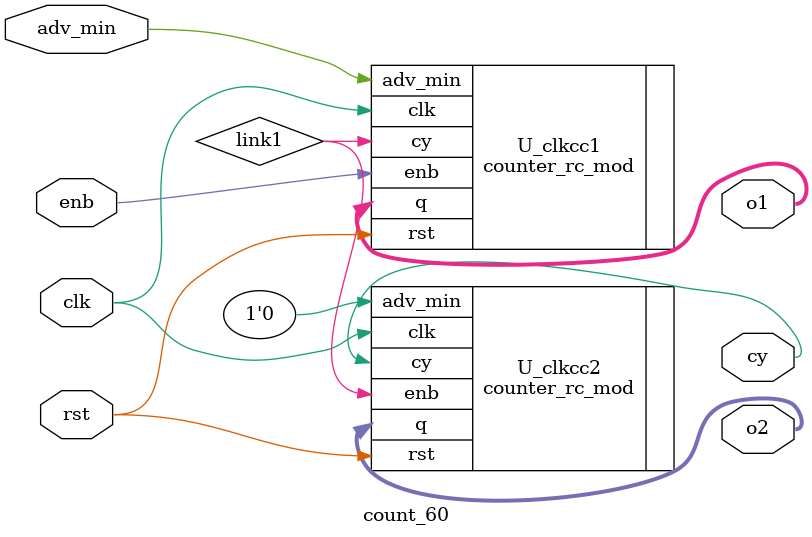
<source format=sv>
`timescale 1ns / 1ps


module count_60(input clk, rst, enb, adv_min, output logic cy, output logic [3:0] o1, o2);

logic link1;
counter_rc_mod U_clkcc1 (.clk, .rst, .enb,.adv_min(adv_min), .q(o1), .cy(link1));
counter_rc_mod #(.MOD(6)) U_clkcc2 (.clk, .rst, .enb(link1),.adv_min(1'd0), .q(o2), .cy);
endmodule

</source>
